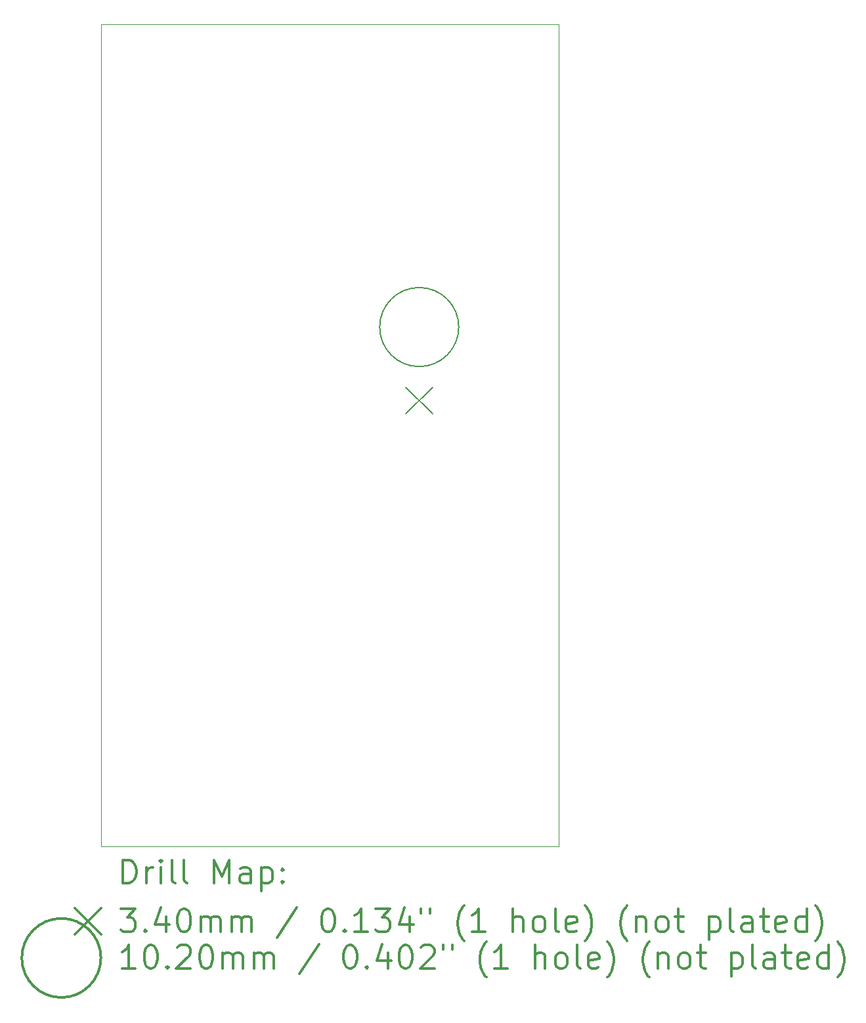
<source format=gbr>
%FSLAX45Y45*%
G04 Gerber Fmt 4.5, Leading zero omitted, Abs format (unit mm)*
G04 Created by KiCad (PCBNEW (5.0.0-rc2-dev)) date Thu Jun 18 08:05:52 2020*
%MOMM*%
%LPD*%
G01*
G04 APERTURE LIST*
%ADD10C,0.100000*%
%ADD11C,0.200000*%
%ADD12C,0.300000*%
G04 APERTURE END LIST*
D10*
X5900000Y10600000D02*
X5900000Y0D01*
X0Y0D02*
X0Y10600000D01*
X5900000Y0D02*
X0Y0D01*
X0Y10600000D02*
X5900000Y10600000D01*
D11*
X3930000Y5920000D02*
X4270000Y5580000D01*
X4270000Y5920000D02*
X3930000Y5580000D01*
X4610000Y6700000D02*
G75*
G03X4610000Y6700000I-510000J0D01*
G01*
D12*
X281428Y-470714D02*
X281428Y-170714D01*
X352857Y-170714D01*
X395714Y-185000D01*
X424286Y-213571D01*
X438571Y-242143D01*
X452857Y-299286D01*
X452857Y-342143D01*
X438571Y-399286D01*
X424286Y-427857D01*
X395714Y-456429D01*
X352857Y-470714D01*
X281428Y-470714D01*
X581428Y-470714D02*
X581428Y-270714D01*
X581428Y-327857D02*
X595714Y-299286D01*
X610000Y-285000D01*
X638571Y-270714D01*
X667143Y-270714D01*
X767143Y-470714D02*
X767143Y-270714D01*
X767143Y-170714D02*
X752857Y-185000D01*
X767143Y-199286D01*
X781428Y-185000D01*
X767143Y-170714D01*
X767143Y-199286D01*
X952857Y-470714D02*
X924286Y-456429D01*
X910000Y-427857D01*
X910000Y-170714D01*
X1110000Y-470714D02*
X1081428Y-456429D01*
X1067143Y-427857D01*
X1067143Y-170714D01*
X1452857Y-470714D02*
X1452857Y-170714D01*
X1552857Y-385000D01*
X1652857Y-170714D01*
X1652857Y-470714D01*
X1924286Y-470714D02*
X1924286Y-313572D01*
X1910000Y-285000D01*
X1881428Y-270714D01*
X1824286Y-270714D01*
X1795714Y-285000D01*
X1924286Y-456429D02*
X1895714Y-470714D01*
X1824286Y-470714D01*
X1795714Y-456429D01*
X1781428Y-427857D01*
X1781428Y-399286D01*
X1795714Y-370714D01*
X1824286Y-356429D01*
X1895714Y-356429D01*
X1924286Y-342143D01*
X2067143Y-270714D02*
X2067143Y-570714D01*
X2067143Y-285000D02*
X2095714Y-270714D01*
X2152857Y-270714D01*
X2181428Y-285000D01*
X2195714Y-299286D01*
X2210000Y-327857D01*
X2210000Y-413571D01*
X2195714Y-442143D01*
X2181428Y-456429D01*
X2152857Y-470714D01*
X2095714Y-470714D01*
X2067143Y-456429D01*
X2338571Y-442143D02*
X2352857Y-456429D01*
X2338571Y-470714D01*
X2324286Y-456429D01*
X2338571Y-442143D01*
X2338571Y-470714D01*
X2338571Y-285000D02*
X2352857Y-299286D01*
X2338571Y-313572D01*
X2324286Y-299286D01*
X2338571Y-285000D01*
X2338571Y-313572D01*
X-345000Y-795000D02*
X-5000Y-1135000D01*
X-5000Y-795000D02*
X-345000Y-1135000D01*
X252857Y-800714D02*
X438571Y-800714D01*
X338571Y-915000D01*
X381428Y-915000D01*
X410000Y-929286D01*
X424286Y-943571D01*
X438571Y-972143D01*
X438571Y-1043571D01*
X424286Y-1072143D01*
X410000Y-1086429D01*
X381428Y-1100714D01*
X295714Y-1100714D01*
X267143Y-1086429D01*
X252857Y-1072143D01*
X567143Y-1072143D02*
X581428Y-1086429D01*
X567143Y-1100714D01*
X552857Y-1086429D01*
X567143Y-1072143D01*
X567143Y-1100714D01*
X838571Y-900714D02*
X838571Y-1100714D01*
X767143Y-786429D02*
X695714Y-1000714D01*
X881428Y-1000714D01*
X1052857Y-800714D02*
X1081428Y-800714D01*
X1110000Y-815000D01*
X1124286Y-829286D01*
X1138571Y-857857D01*
X1152857Y-915000D01*
X1152857Y-986429D01*
X1138571Y-1043571D01*
X1124286Y-1072143D01*
X1110000Y-1086429D01*
X1081428Y-1100714D01*
X1052857Y-1100714D01*
X1024286Y-1086429D01*
X1010000Y-1072143D01*
X995714Y-1043571D01*
X981428Y-986429D01*
X981428Y-915000D01*
X995714Y-857857D01*
X1010000Y-829286D01*
X1024286Y-815000D01*
X1052857Y-800714D01*
X1281428Y-1100714D02*
X1281428Y-900714D01*
X1281428Y-929286D02*
X1295714Y-915000D01*
X1324286Y-900714D01*
X1367143Y-900714D01*
X1395714Y-915000D01*
X1410000Y-943571D01*
X1410000Y-1100714D01*
X1410000Y-943571D02*
X1424286Y-915000D01*
X1452857Y-900714D01*
X1495714Y-900714D01*
X1524286Y-915000D01*
X1538571Y-943571D01*
X1538571Y-1100714D01*
X1681428Y-1100714D02*
X1681428Y-900714D01*
X1681428Y-929286D02*
X1695714Y-915000D01*
X1724286Y-900714D01*
X1767143Y-900714D01*
X1795714Y-915000D01*
X1810000Y-943571D01*
X1810000Y-1100714D01*
X1810000Y-943571D02*
X1824286Y-915000D01*
X1852857Y-900714D01*
X1895714Y-900714D01*
X1924286Y-915000D01*
X1938571Y-943571D01*
X1938571Y-1100714D01*
X2524286Y-786429D02*
X2267143Y-1172143D01*
X2910000Y-800714D02*
X2938571Y-800714D01*
X2967143Y-815000D01*
X2981428Y-829286D01*
X2995714Y-857857D01*
X3010000Y-915000D01*
X3010000Y-986429D01*
X2995714Y-1043571D01*
X2981428Y-1072143D01*
X2967143Y-1086429D01*
X2938571Y-1100714D01*
X2910000Y-1100714D01*
X2881428Y-1086429D01*
X2867143Y-1072143D01*
X2852857Y-1043571D01*
X2838571Y-986429D01*
X2838571Y-915000D01*
X2852857Y-857857D01*
X2867143Y-829286D01*
X2881428Y-815000D01*
X2910000Y-800714D01*
X3138571Y-1072143D02*
X3152857Y-1086429D01*
X3138571Y-1100714D01*
X3124286Y-1086429D01*
X3138571Y-1072143D01*
X3138571Y-1100714D01*
X3438571Y-1100714D02*
X3267143Y-1100714D01*
X3352857Y-1100714D02*
X3352857Y-800714D01*
X3324286Y-843571D01*
X3295714Y-872143D01*
X3267143Y-886429D01*
X3538571Y-800714D02*
X3724286Y-800714D01*
X3624286Y-915000D01*
X3667143Y-915000D01*
X3695714Y-929286D01*
X3710000Y-943571D01*
X3724286Y-972143D01*
X3724286Y-1043571D01*
X3710000Y-1072143D01*
X3695714Y-1086429D01*
X3667143Y-1100714D01*
X3581428Y-1100714D01*
X3552857Y-1086429D01*
X3538571Y-1072143D01*
X3981428Y-900714D02*
X3981428Y-1100714D01*
X3910000Y-786429D02*
X3838571Y-1000714D01*
X4024286Y-1000714D01*
X4124286Y-800714D02*
X4124286Y-857857D01*
X4238571Y-800714D02*
X4238571Y-857857D01*
X4681428Y-1215000D02*
X4667143Y-1200714D01*
X4638571Y-1157857D01*
X4624286Y-1129286D01*
X4610000Y-1086429D01*
X4595714Y-1015000D01*
X4595714Y-957857D01*
X4610000Y-886429D01*
X4624286Y-843571D01*
X4638571Y-815000D01*
X4667143Y-772143D01*
X4681428Y-757857D01*
X4952857Y-1100714D02*
X4781428Y-1100714D01*
X4867143Y-1100714D02*
X4867143Y-800714D01*
X4838571Y-843571D01*
X4810000Y-872143D01*
X4781428Y-886429D01*
X5310000Y-1100714D02*
X5310000Y-800714D01*
X5438571Y-1100714D02*
X5438571Y-943571D01*
X5424286Y-915000D01*
X5395714Y-900714D01*
X5352857Y-900714D01*
X5324286Y-915000D01*
X5310000Y-929286D01*
X5624286Y-1100714D02*
X5595714Y-1086429D01*
X5581428Y-1072143D01*
X5567143Y-1043571D01*
X5567143Y-957857D01*
X5581428Y-929286D01*
X5595714Y-915000D01*
X5624286Y-900714D01*
X5667143Y-900714D01*
X5695714Y-915000D01*
X5710000Y-929286D01*
X5724286Y-957857D01*
X5724286Y-1043571D01*
X5710000Y-1072143D01*
X5695714Y-1086429D01*
X5667143Y-1100714D01*
X5624286Y-1100714D01*
X5895714Y-1100714D02*
X5867143Y-1086429D01*
X5852857Y-1057857D01*
X5852857Y-800714D01*
X6124286Y-1086429D02*
X6095714Y-1100714D01*
X6038571Y-1100714D01*
X6010000Y-1086429D01*
X5995714Y-1057857D01*
X5995714Y-943571D01*
X6010000Y-915000D01*
X6038571Y-900714D01*
X6095714Y-900714D01*
X6124286Y-915000D01*
X6138571Y-943571D01*
X6138571Y-972143D01*
X5995714Y-1000714D01*
X6238571Y-1215000D02*
X6252857Y-1200714D01*
X6281428Y-1157857D01*
X6295714Y-1129286D01*
X6310000Y-1086429D01*
X6324286Y-1015000D01*
X6324286Y-957857D01*
X6310000Y-886429D01*
X6295714Y-843571D01*
X6281428Y-815000D01*
X6252857Y-772143D01*
X6238571Y-757857D01*
X6781428Y-1215000D02*
X6767143Y-1200714D01*
X6738571Y-1157857D01*
X6724286Y-1129286D01*
X6710000Y-1086429D01*
X6695714Y-1015000D01*
X6695714Y-957857D01*
X6710000Y-886429D01*
X6724286Y-843571D01*
X6738571Y-815000D01*
X6767143Y-772143D01*
X6781428Y-757857D01*
X6895714Y-900714D02*
X6895714Y-1100714D01*
X6895714Y-929286D02*
X6910000Y-915000D01*
X6938571Y-900714D01*
X6981428Y-900714D01*
X7010000Y-915000D01*
X7024286Y-943571D01*
X7024286Y-1100714D01*
X7210000Y-1100714D02*
X7181428Y-1086429D01*
X7167143Y-1072143D01*
X7152857Y-1043571D01*
X7152857Y-957857D01*
X7167143Y-929286D01*
X7181428Y-915000D01*
X7210000Y-900714D01*
X7252857Y-900714D01*
X7281428Y-915000D01*
X7295714Y-929286D01*
X7310000Y-957857D01*
X7310000Y-1043571D01*
X7295714Y-1072143D01*
X7281428Y-1086429D01*
X7252857Y-1100714D01*
X7210000Y-1100714D01*
X7395714Y-900714D02*
X7510000Y-900714D01*
X7438571Y-800714D02*
X7438571Y-1057857D01*
X7452857Y-1086429D01*
X7481428Y-1100714D01*
X7510000Y-1100714D01*
X7838571Y-900714D02*
X7838571Y-1200714D01*
X7838571Y-915000D02*
X7867143Y-900714D01*
X7924286Y-900714D01*
X7952857Y-915000D01*
X7967143Y-929286D01*
X7981428Y-957857D01*
X7981428Y-1043571D01*
X7967143Y-1072143D01*
X7952857Y-1086429D01*
X7924286Y-1100714D01*
X7867143Y-1100714D01*
X7838571Y-1086429D01*
X8152857Y-1100714D02*
X8124286Y-1086429D01*
X8110000Y-1057857D01*
X8110000Y-800714D01*
X8395714Y-1100714D02*
X8395714Y-943571D01*
X8381428Y-915000D01*
X8352857Y-900714D01*
X8295714Y-900714D01*
X8267143Y-915000D01*
X8395714Y-1086429D02*
X8367143Y-1100714D01*
X8295714Y-1100714D01*
X8267143Y-1086429D01*
X8252857Y-1057857D01*
X8252857Y-1029286D01*
X8267143Y-1000714D01*
X8295714Y-986429D01*
X8367143Y-986429D01*
X8395714Y-972143D01*
X8495714Y-900714D02*
X8610000Y-900714D01*
X8538571Y-800714D02*
X8538571Y-1057857D01*
X8552857Y-1086429D01*
X8581428Y-1100714D01*
X8610000Y-1100714D01*
X8824286Y-1086429D02*
X8795714Y-1100714D01*
X8738571Y-1100714D01*
X8710000Y-1086429D01*
X8695714Y-1057857D01*
X8695714Y-943571D01*
X8710000Y-915000D01*
X8738571Y-900714D01*
X8795714Y-900714D01*
X8824286Y-915000D01*
X8838571Y-943571D01*
X8838571Y-972143D01*
X8695714Y-1000714D01*
X9095714Y-1100714D02*
X9095714Y-800714D01*
X9095714Y-1086429D02*
X9067143Y-1100714D01*
X9010000Y-1100714D01*
X8981428Y-1086429D01*
X8967143Y-1072143D01*
X8952857Y-1043571D01*
X8952857Y-957857D01*
X8967143Y-929286D01*
X8981428Y-915000D01*
X9010000Y-900714D01*
X9067143Y-900714D01*
X9095714Y-915000D01*
X9210000Y-1215000D02*
X9224286Y-1200714D01*
X9252857Y-1157857D01*
X9267143Y-1129286D01*
X9281428Y-1086429D01*
X9295714Y-1015000D01*
X9295714Y-957857D01*
X9281428Y-886429D01*
X9267143Y-843571D01*
X9252857Y-815000D01*
X9224286Y-772143D01*
X9210000Y-757857D01*
X-5000Y-1435000D02*
G75*
G03X-5000Y-1435000I-510000J0D01*
G01*
X438571Y-1570714D02*
X267143Y-1570714D01*
X352857Y-1570714D02*
X352857Y-1270714D01*
X324286Y-1313572D01*
X295714Y-1342143D01*
X267143Y-1356429D01*
X624286Y-1270714D02*
X652857Y-1270714D01*
X681428Y-1285000D01*
X695714Y-1299286D01*
X710000Y-1327857D01*
X724286Y-1385000D01*
X724286Y-1456429D01*
X710000Y-1513571D01*
X695714Y-1542143D01*
X681428Y-1556429D01*
X652857Y-1570714D01*
X624286Y-1570714D01*
X595714Y-1556429D01*
X581428Y-1542143D01*
X567143Y-1513571D01*
X552857Y-1456429D01*
X552857Y-1385000D01*
X567143Y-1327857D01*
X581428Y-1299286D01*
X595714Y-1285000D01*
X624286Y-1270714D01*
X852857Y-1542143D02*
X867143Y-1556429D01*
X852857Y-1570714D01*
X838571Y-1556429D01*
X852857Y-1542143D01*
X852857Y-1570714D01*
X981428Y-1299286D02*
X995714Y-1285000D01*
X1024286Y-1270714D01*
X1095714Y-1270714D01*
X1124286Y-1285000D01*
X1138571Y-1299286D01*
X1152857Y-1327857D01*
X1152857Y-1356429D01*
X1138571Y-1399286D01*
X967143Y-1570714D01*
X1152857Y-1570714D01*
X1338571Y-1270714D02*
X1367143Y-1270714D01*
X1395714Y-1285000D01*
X1410000Y-1299286D01*
X1424286Y-1327857D01*
X1438571Y-1385000D01*
X1438571Y-1456429D01*
X1424286Y-1513571D01*
X1410000Y-1542143D01*
X1395714Y-1556429D01*
X1367143Y-1570714D01*
X1338571Y-1570714D01*
X1310000Y-1556429D01*
X1295714Y-1542143D01*
X1281428Y-1513571D01*
X1267143Y-1456429D01*
X1267143Y-1385000D01*
X1281428Y-1327857D01*
X1295714Y-1299286D01*
X1310000Y-1285000D01*
X1338571Y-1270714D01*
X1567143Y-1570714D02*
X1567143Y-1370714D01*
X1567143Y-1399286D02*
X1581428Y-1385000D01*
X1610000Y-1370714D01*
X1652857Y-1370714D01*
X1681428Y-1385000D01*
X1695714Y-1413571D01*
X1695714Y-1570714D01*
X1695714Y-1413571D02*
X1710000Y-1385000D01*
X1738571Y-1370714D01*
X1781428Y-1370714D01*
X1810000Y-1385000D01*
X1824286Y-1413571D01*
X1824286Y-1570714D01*
X1967143Y-1570714D02*
X1967143Y-1370714D01*
X1967143Y-1399286D02*
X1981428Y-1385000D01*
X2010000Y-1370714D01*
X2052857Y-1370714D01*
X2081428Y-1385000D01*
X2095714Y-1413571D01*
X2095714Y-1570714D01*
X2095714Y-1413571D02*
X2110000Y-1385000D01*
X2138571Y-1370714D01*
X2181428Y-1370714D01*
X2210000Y-1385000D01*
X2224286Y-1413571D01*
X2224286Y-1570714D01*
X2810000Y-1256429D02*
X2552857Y-1642143D01*
X3195714Y-1270714D02*
X3224286Y-1270714D01*
X3252857Y-1285000D01*
X3267143Y-1299286D01*
X3281428Y-1327857D01*
X3295714Y-1385000D01*
X3295714Y-1456429D01*
X3281428Y-1513571D01*
X3267143Y-1542143D01*
X3252857Y-1556429D01*
X3224286Y-1570714D01*
X3195714Y-1570714D01*
X3167143Y-1556429D01*
X3152857Y-1542143D01*
X3138571Y-1513571D01*
X3124286Y-1456429D01*
X3124286Y-1385000D01*
X3138571Y-1327857D01*
X3152857Y-1299286D01*
X3167143Y-1285000D01*
X3195714Y-1270714D01*
X3424286Y-1542143D02*
X3438571Y-1556429D01*
X3424286Y-1570714D01*
X3410000Y-1556429D01*
X3424286Y-1542143D01*
X3424286Y-1570714D01*
X3695714Y-1370714D02*
X3695714Y-1570714D01*
X3624286Y-1256429D02*
X3552857Y-1470714D01*
X3738571Y-1470714D01*
X3910000Y-1270714D02*
X3938571Y-1270714D01*
X3967143Y-1285000D01*
X3981428Y-1299286D01*
X3995714Y-1327857D01*
X4010000Y-1385000D01*
X4010000Y-1456429D01*
X3995714Y-1513571D01*
X3981428Y-1542143D01*
X3967143Y-1556429D01*
X3938571Y-1570714D01*
X3910000Y-1570714D01*
X3881428Y-1556429D01*
X3867143Y-1542143D01*
X3852857Y-1513571D01*
X3838571Y-1456429D01*
X3838571Y-1385000D01*
X3852857Y-1327857D01*
X3867143Y-1299286D01*
X3881428Y-1285000D01*
X3910000Y-1270714D01*
X4124286Y-1299286D02*
X4138571Y-1285000D01*
X4167143Y-1270714D01*
X4238571Y-1270714D01*
X4267143Y-1285000D01*
X4281428Y-1299286D01*
X4295714Y-1327857D01*
X4295714Y-1356429D01*
X4281428Y-1399286D01*
X4110000Y-1570714D01*
X4295714Y-1570714D01*
X4410000Y-1270714D02*
X4410000Y-1327857D01*
X4524286Y-1270714D02*
X4524286Y-1327857D01*
X4967143Y-1685000D02*
X4952857Y-1670714D01*
X4924286Y-1627857D01*
X4910000Y-1599286D01*
X4895714Y-1556429D01*
X4881428Y-1485000D01*
X4881428Y-1427857D01*
X4895714Y-1356429D01*
X4910000Y-1313572D01*
X4924286Y-1285000D01*
X4952857Y-1242143D01*
X4967143Y-1227857D01*
X5238571Y-1570714D02*
X5067143Y-1570714D01*
X5152857Y-1570714D02*
X5152857Y-1270714D01*
X5124286Y-1313572D01*
X5095714Y-1342143D01*
X5067143Y-1356429D01*
X5595714Y-1570714D02*
X5595714Y-1270714D01*
X5724286Y-1570714D02*
X5724286Y-1413571D01*
X5710000Y-1385000D01*
X5681428Y-1370714D01*
X5638571Y-1370714D01*
X5610000Y-1385000D01*
X5595714Y-1399286D01*
X5910000Y-1570714D02*
X5881428Y-1556429D01*
X5867143Y-1542143D01*
X5852857Y-1513571D01*
X5852857Y-1427857D01*
X5867143Y-1399286D01*
X5881428Y-1385000D01*
X5910000Y-1370714D01*
X5952857Y-1370714D01*
X5981428Y-1385000D01*
X5995714Y-1399286D01*
X6010000Y-1427857D01*
X6010000Y-1513571D01*
X5995714Y-1542143D01*
X5981428Y-1556429D01*
X5952857Y-1570714D01*
X5910000Y-1570714D01*
X6181428Y-1570714D02*
X6152857Y-1556429D01*
X6138571Y-1527857D01*
X6138571Y-1270714D01*
X6410000Y-1556429D02*
X6381428Y-1570714D01*
X6324286Y-1570714D01*
X6295714Y-1556429D01*
X6281428Y-1527857D01*
X6281428Y-1413571D01*
X6295714Y-1385000D01*
X6324286Y-1370714D01*
X6381428Y-1370714D01*
X6410000Y-1385000D01*
X6424286Y-1413571D01*
X6424286Y-1442143D01*
X6281428Y-1470714D01*
X6524286Y-1685000D02*
X6538571Y-1670714D01*
X6567143Y-1627857D01*
X6581428Y-1599286D01*
X6595714Y-1556429D01*
X6610000Y-1485000D01*
X6610000Y-1427857D01*
X6595714Y-1356429D01*
X6581428Y-1313572D01*
X6567143Y-1285000D01*
X6538571Y-1242143D01*
X6524286Y-1227857D01*
X7067143Y-1685000D02*
X7052857Y-1670714D01*
X7024286Y-1627857D01*
X7010000Y-1599286D01*
X6995714Y-1556429D01*
X6981428Y-1485000D01*
X6981428Y-1427857D01*
X6995714Y-1356429D01*
X7010000Y-1313572D01*
X7024286Y-1285000D01*
X7052857Y-1242143D01*
X7067143Y-1227857D01*
X7181428Y-1370714D02*
X7181428Y-1570714D01*
X7181428Y-1399286D02*
X7195714Y-1385000D01*
X7224286Y-1370714D01*
X7267143Y-1370714D01*
X7295714Y-1385000D01*
X7310000Y-1413571D01*
X7310000Y-1570714D01*
X7495714Y-1570714D02*
X7467143Y-1556429D01*
X7452857Y-1542143D01*
X7438571Y-1513571D01*
X7438571Y-1427857D01*
X7452857Y-1399286D01*
X7467143Y-1385000D01*
X7495714Y-1370714D01*
X7538571Y-1370714D01*
X7567143Y-1385000D01*
X7581428Y-1399286D01*
X7595714Y-1427857D01*
X7595714Y-1513571D01*
X7581428Y-1542143D01*
X7567143Y-1556429D01*
X7538571Y-1570714D01*
X7495714Y-1570714D01*
X7681428Y-1370714D02*
X7795714Y-1370714D01*
X7724286Y-1270714D02*
X7724286Y-1527857D01*
X7738571Y-1556429D01*
X7767143Y-1570714D01*
X7795714Y-1570714D01*
X8124286Y-1370714D02*
X8124286Y-1670714D01*
X8124286Y-1385000D02*
X8152857Y-1370714D01*
X8210000Y-1370714D01*
X8238571Y-1385000D01*
X8252857Y-1399286D01*
X8267143Y-1427857D01*
X8267143Y-1513571D01*
X8252857Y-1542143D01*
X8238571Y-1556429D01*
X8210000Y-1570714D01*
X8152857Y-1570714D01*
X8124286Y-1556429D01*
X8438571Y-1570714D02*
X8410000Y-1556429D01*
X8395714Y-1527857D01*
X8395714Y-1270714D01*
X8681428Y-1570714D02*
X8681428Y-1413571D01*
X8667143Y-1385000D01*
X8638571Y-1370714D01*
X8581428Y-1370714D01*
X8552857Y-1385000D01*
X8681428Y-1556429D02*
X8652857Y-1570714D01*
X8581428Y-1570714D01*
X8552857Y-1556429D01*
X8538571Y-1527857D01*
X8538571Y-1499286D01*
X8552857Y-1470714D01*
X8581428Y-1456429D01*
X8652857Y-1456429D01*
X8681428Y-1442143D01*
X8781428Y-1370714D02*
X8895714Y-1370714D01*
X8824286Y-1270714D02*
X8824286Y-1527857D01*
X8838571Y-1556429D01*
X8867143Y-1570714D01*
X8895714Y-1570714D01*
X9110000Y-1556429D02*
X9081428Y-1570714D01*
X9024286Y-1570714D01*
X8995714Y-1556429D01*
X8981428Y-1527857D01*
X8981428Y-1413571D01*
X8995714Y-1385000D01*
X9024286Y-1370714D01*
X9081428Y-1370714D01*
X9110000Y-1385000D01*
X9124286Y-1413571D01*
X9124286Y-1442143D01*
X8981428Y-1470714D01*
X9381428Y-1570714D02*
X9381428Y-1270714D01*
X9381428Y-1556429D02*
X9352857Y-1570714D01*
X9295714Y-1570714D01*
X9267143Y-1556429D01*
X9252857Y-1542143D01*
X9238571Y-1513571D01*
X9238571Y-1427857D01*
X9252857Y-1399286D01*
X9267143Y-1385000D01*
X9295714Y-1370714D01*
X9352857Y-1370714D01*
X9381428Y-1385000D01*
X9495714Y-1685000D02*
X9510000Y-1670714D01*
X9538571Y-1627857D01*
X9552857Y-1599286D01*
X9567143Y-1556429D01*
X9581428Y-1485000D01*
X9581428Y-1427857D01*
X9567143Y-1356429D01*
X9552857Y-1313572D01*
X9538571Y-1285000D01*
X9510000Y-1242143D01*
X9495714Y-1227857D01*
M02*

</source>
